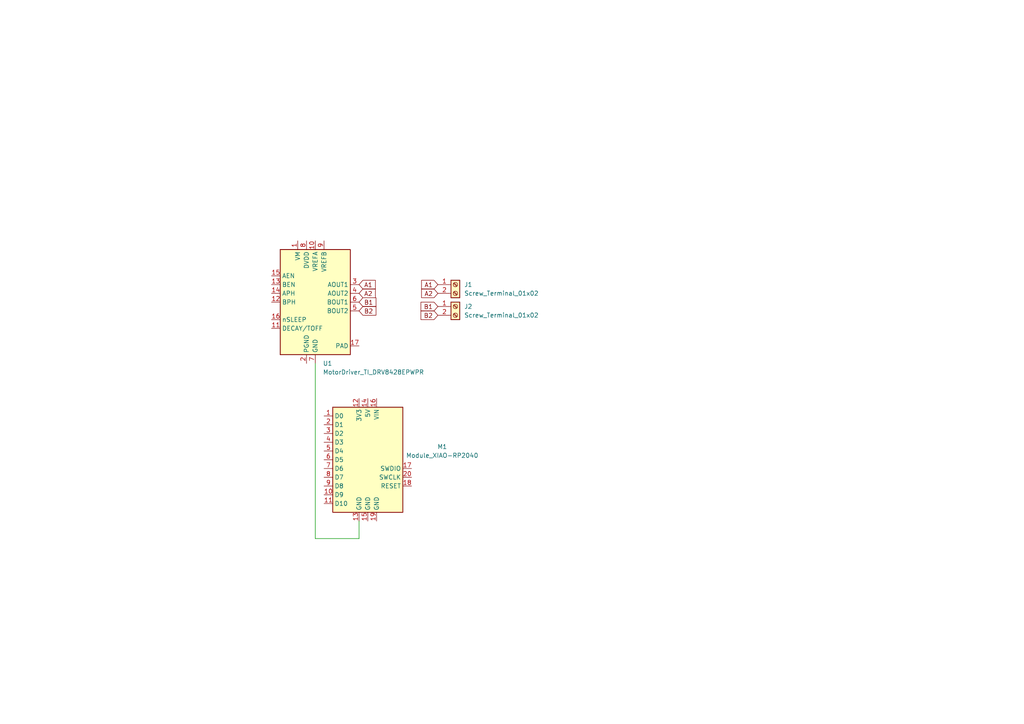
<source format=kicad_sch>
(kicad_sch (version 20231120) (generator "eeschema") (generator_version "8.0")
  (paper "A4")
  (lib_symbols
    (symbol "Connector:Screw_Terminal_01x02" (pin_names (offset 1.016) hide)
      (property "Reference" "J" (at 0 2.54 0))
      (property "Value" "Screw_Terminal_01x02" (at 0 -5.08 0))
      (symbol "Screw_Terminal_01x02_1_1"
        (rectangle (start -1.27 1.27) (end 1.27 -3.81) (stroke (width 0.254)) (fill (type background)))
        (circle (center 0 -2.54) (radius 0.635) (stroke (width 0.1524)))
        (polyline (pts (xy -0.5334 -2.2098) (xy 0.3302 -3.048)) (stroke (width 0.1524)))
        (polyline (pts (xy -0.5334 0.3302) (xy 0.3302 -0.508)) (stroke (width 0.1524)))
        (polyline (pts (xy -0.3556 -2.032) (xy 0.508 -2.8702)) (stroke (width 0.1524)))
        (polyline (pts (xy -0.3556 0.508) (xy 0.508 -0.3302)) (stroke (width 0.1524)))
        (circle (center 0 0) (radius 0.635) (stroke (width 0.1524)))
        (pin passive line (at -5.08 0 0) (length 3.81) (name "Pin_1") (number "1"))
        (pin passive line (at -5.08 -2.54 0) (length 3.81) (name "Pin_2") (number "2"))
      )
    )
    (symbol "fab:Module_XIAO-RP2040"
      (property "Reference" "M" (at -10.16 16.51 0))
      (property "Value" "Module_XIAO-RP2040" (at 3.81 16.51 0))
      (symbol "Module_XIAO-RP2040_1_1"
        (rectangle (start -10.16 15.24) (end 10.16 -15.24) (stroke (width 0.254)) (fill (type background)))
        (pin bidirectional line (at -12.7 12.7 0) (length 2.54) (name "D0") (number "1"))
        (pin bidirectional line (at -12.7 -10.16 0) (length 2.54) (name "D9") (number "10"))
        (pin bidirectional line (at -12.7 -12.7 0) (length 2.54) (name "D10") (number "11"))
        (pin power_in line (at -2.54 17.78 270) (length 2.54) (name "3V3") (number "12"))
        (pin power_in line (at -2.54 -17.78 90) (length 2.54) (name "GND") (number "13"))
        (pin power_in line (at 0 17.78 270) (length 2.54) (name "5V") (number "14"))
        (pin power_in line (at 0 -17.78 90) (length 2.54) (name "GND") (number "15"))
        (pin power_in line (at 2.54 17.78 270) (length 2.54) (name "VIN") (number "16"))
        (pin bidirectional line (at 12.7 -2.54 180) (length 2.54) (name "SWDIO") (number "17"))
        (pin input line (at 12.7 -7.62 180) (length 2.54) (name "RESET") (number "18"))
        (pin power_in line (at 2.54 -17.78 90) (length 2.54) (name "GND") (number "19"))
        (pin bidirectional line (at -12.7 10.16 0) (length 2.54) (name "D1") (number "2"))
        (pin input line (at 12.7 -5.08 180) (length 2.54) (name "SWCLK") (number "20"))
        (pin bidirectional line (at -12.7 7.62 0) (length 2.54) (name "D2") (number "3"))
        (pin bidirectional line (at -12.7 5.08 0) (length 2.54) (name "D3") (number "4"))
        (pin bidirectional line (at -12.7 2.54 0) (length 2.54) (name "D4") (number "5"))
        (pin bidirectional line (at -12.7 0 0) (length 2.54) (name "D5") (number "6"))
        (pin bidirectional line (at -12.7 -2.54 0) (length 2.54) (name "D6") (number "7"))
        (pin bidirectional line (at -12.7 -5.08 0) (length 2.54) (name "D7") (number "8"))
        (pin bidirectional line (at -12.7 -7.62 0) (length 2.54) (name "D8") (number "9"))
      )
    )
    (symbol "fab:MotorDriver_TI_DRV8428EPWPR"
      (property "Reference" "U" (at -10.16 16.51 0))
      (property "Value" "MotorDriver_TI_DRV8428EPWPR" (at 3.81 16.51 0))
      (symbol "MotorDriver_TI_DRV8428EPWPR_0_1"
        (rectangle (start -10.16 15.24) (end 10.16 -15.24) (stroke (width 0.254)) (fill (type background)))
      )
      (symbol "MotorDriver_TI_DRV8428EPWPR_1_1"
        (pin power_in line (at -5.08 17.78 270) (length 2.54) (name "VM") (number "1"))
        (pin power_in line (at 0 17.78 270) (length 2.54) (name "VREFA") (number "10"))
        (pin input line (at -12.7 -7.62 0) (length 2.54) (name "DECAY/TOFF") (number "11"))
        (pin input line (at -12.7 0 0) (length 2.54) (name "BPH") (number "12"))
        (pin input line (at -12.7 5.08 0) (length 2.54) (name "BEN") (number "13"))
        (pin input line (at -12.7 2.54 0) (length 2.54) (name "APH") (number "14"))
        (pin input line (at -12.7 7.62 0) (length 2.54) (name "AEN") (number "15"))
        (pin input line (at -12.7 -5.08 0) (length 2.54) (name "nSLEEP") (number "16"))
        (pin passive line (at 12.7 -12.7 180) (length 2.54) (name "PAD") (number "17"))
        (pin power_in line (at -2.54 -17.78 90) (length 2.54) (name "PGND") (number "2"))
        (pin output line (at 12.7 5.08 180) (length 2.54) (name "AOUT1") (number "3"))
        (pin output line (at 12.7 2.54 180) (length 2.54) (name "AOUT2") (number "4"))
        (pin output line (at 12.7 -2.54 180) (length 2.54) (name "BOUT2") (number "5"))
        (pin output line (at 12.7 0 180) (length 2.54) (name "BOUT1") (number "6"))
        (pin power_in line (at 0 -17.78 90) (length 2.54) (name "GND") (number "7"))
        (pin power_in line (at -2.54 17.78 270) (length 2.54) (name "DVDD") (number "8"))
        (pin power_in line (at 2.54 17.78 270) (length 2.54) (name "VREFB") (number "9"))
      )
    )
  )
  (wire (pts (xy 104.14 151.13) (xy 104.14 156.21)))
  (wire (pts (xy 91.44 156.21) (xy 104.14 156.21)))
  (wire (pts (xy 91.44 105.41) (xy 91.44 156.21)))
  (global_label "A2" (shape input) (at 104.14 85.09 0) (property "Intersheetrefs" "${INTERSHEET_REFS}" (effects (hide yes))))
  (global_label "B2" (shape input) (at 127 91.44 180) (property "Intersheetrefs" "${INTERSHEET_REFS}" (effects (hide yes))))
  (global_label "A2" (shape input) (at 127 85.09 180) (property "Intersheetrefs" "${INTERSHEET_REFS}" (effects (hide yes))))
  (global_label "A1" (shape input) (at 104.14 82.55 0) (property "Intersheetrefs" "${INTERSHEET_REFS}" (effects (hide yes))))
  (global_label "B1" (shape input) (at 104.14 87.63 0) (property "Intersheetrefs" "${INTERSHEET_REFS}" (effects (hide yes))))
  (global_label "A1" (shape input) (at 127 82.55 180) (property "Intersheetrefs" "${INTERSHEET_REFS}" (effects (hide yes))))
  (global_label "B2" (shape input) (at 104.14 90.17 0) (property "Intersheetrefs" "${INTERSHEET_REFS}" (effects (hide yes))))
  (global_label "B1" (shape input) (at 127 88.9 180) (property "Intersheetrefs" "${INTERSHEET_REFS}" (effects (hide yes))))
  (symbol (lib_id "Connector:Screw_Terminal_01x02") (at 132.08 88.9 0) (unit 1)
    (property "Reference" "J2" (at 134.62 88.8999 0) (effects (justify left)))
    (property "Value" "Screw_Terminal_01x02" (at 134.62 91.4399 0) (effects (justify left)))
    (property "Description" "Generic screw terminal, single row, 01x02, script generated (kicad-library-utils/schlib/autogen/connector/)" (effects (hide yes)))
  )
  (symbol (lib_id "Connector:Screw_Terminal_01x02") (at 132.08 82.55 0) (unit 1)
    (property "Reference" "J1" (at 134.62 82.5499 0) (effects (justify left)))
    (property "Value" "Screw_Terminal_01x02" (at 134.62 85.0899 0) (effects (justify left)))
    (property "Description" "Generic screw terminal, single row, 01x02, script generated (kicad-library-utils/schlib/autogen/connector/)" (effects (hide yes)))
  )
  (symbol (lib_id "fab:Module_XIAO-RP2040") (at 106.68 133.35 0) (unit 1)
    (property "Reference" "M1" (at 128.27 129.5714 0))
    (property "Value" "Module_XIAO-RP2040" (at 128.27 132.1114 0))
    (property "Footprint" "fab:SeeedStudio_XIAO_RP2040" (effects (hide yes)))
    (property "Datasheet" "https://wiki.seeedstudio.com/XIAO-RP2040/" (effects (hide yes)))
    (property "Description" "RP2040 XIAO RP2040 - ARM® Cortex®-M0+ MCU 32-Bit Embedded Evaluation Board" (effects (hide yes)))
  )
  (symbol (lib_id "fab:MotorDriver_TI_DRV8428EPWPR") (at 91.44 87.63 0) (unit 1)
    (property "Reference" "U1" (at 93.6341 105.41 0) (effects (justify left)))
    (property "Value" "MotorDriver_TI_DRV8428EPWPR" (at 93.6341 107.95 0) (effects (justify left)))
    (property "Footprint" "fab:HTSSOP-16" (effects (hide yes)))
    (property "Datasheet" "https://www.ti.com/lit/ds/symlink/drv8428e.pdf" (effects (hide yes)))
    (property "Description" "Bipolar Motor Driver Power MOSFET PWM 16-HTSSOP" (effects (hide yes)))
  )
)
</source>
